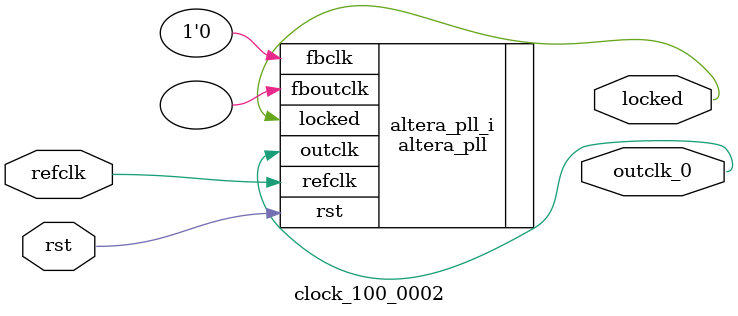
<source format=v>
`timescale 1ns/10ps
module  clock_100_0002(

	// interface 'refclk'
	input wire refclk,

	// interface 'reset'
	input wire rst,

	// interface 'outclk0'
	output wire outclk_0,

	// interface 'locked'
	output wire locked
);

	altera_pll #(
		.fractional_vco_multiplier("false"),
		.reference_clock_frequency("50.0 MHz"),
		.operation_mode("direct"),
		.number_of_clocks(1),
		.output_clock_frequency0("100.000000 MHz"),
		.phase_shift0("0 ps"),
		.duty_cycle0(50),
		.output_clock_frequency1("0 MHz"),
		.phase_shift1("0 ps"),
		.duty_cycle1(50),
		.output_clock_frequency2("0 MHz"),
		.phase_shift2("0 ps"),
		.duty_cycle2(50),
		.output_clock_frequency3("0 MHz"),
		.phase_shift3("0 ps"),
		.duty_cycle3(50),
		.output_clock_frequency4("0 MHz"),
		.phase_shift4("0 ps"),
		.duty_cycle4(50),
		.output_clock_frequency5("0 MHz"),
		.phase_shift5("0 ps"),
		.duty_cycle5(50),
		.output_clock_frequency6("0 MHz"),
		.phase_shift6("0 ps"),
		.duty_cycle6(50),
		.output_clock_frequency7("0 MHz"),
		.phase_shift7("0 ps"),
		.duty_cycle7(50),
		.output_clock_frequency8("0 MHz"),
		.phase_shift8("0 ps"),
		.duty_cycle8(50),
		.output_clock_frequency9("0 MHz"),
		.phase_shift9("0 ps"),
		.duty_cycle9(50),
		.output_clock_frequency10("0 MHz"),
		.phase_shift10("0 ps"),
		.duty_cycle10(50),
		.output_clock_frequency11("0 MHz"),
		.phase_shift11("0 ps"),
		.duty_cycle11(50),
		.output_clock_frequency12("0 MHz"),
		.phase_shift12("0 ps"),
		.duty_cycle12(50),
		.output_clock_frequency13("0 MHz"),
		.phase_shift13("0 ps"),
		.duty_cycle13(50),
		.output_clock_frequency14("0 MHz"),
		.phase_shift14("0 ps"),
		.duty_cycle14(50),
		.output_clock_frequency15("0 MHz"),
		.phase_shift15("0 ps"),
		.duty_cycle15(50),
		.output_clock_frequency16("0 MHz"),
		.phase_shift16("0 ps"),
		.duty_cycle16(50),
		.output_clock_frequency17("0 MHz"),
		.phase_shift17("0 ps"),
		.duty_cycle17(50),
		.pll_type("General"),
		.pll_subtype("General")
	) altera_pll_i (
		.rst	(rst),
		.outclk	({outclk_0}),
		.locked	(locked),
		.fboutclk	( ),
		.fbclk	(1'b0),
		.refclk	(refclk)
	);
endmodule


</source>
